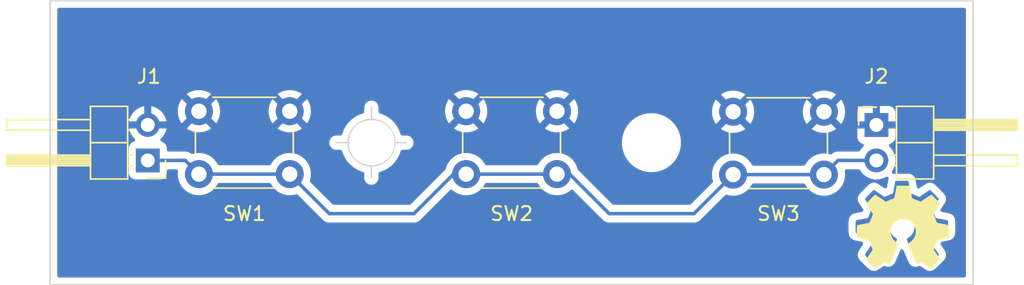
<source format=kicad_pcb>
(kicad_pcb (version 20211014) (generator pcbnew)
  (title_block (title "Contact sensor") (date "2022-03-07") (rev "0.1.0") (comment 1 "https://github.com/atlas144/mals") (comment 2 "SPDX-License-Identifier: CERN-OHL-S-2.0") (comment 3 "Author: Jakub Švarc (jakubsvarc@protonmail.com)"))
  (layers (0 "F.Cu" signal) (31 "B.Cu" signal) (34 "B.Paste" user) (35 "F.Paste" user) (36 "B.SilkS" user "B.Silkscreen") (37 "F.SilkS" user "F.Silkscreen") (38 "B.Mask" user) (39 "F.Mask" user) (44 "Edge.Cuts" user))
  (net 0 "")
  (net 1 "GND")
  (net 2 "+5V")
  (footprint "Connector_PinHeader_2.54mm:PinHeader_1x02_P2.54mm_Horizontal" (layer "F.Cu") (at 99.055 93)
    (fp_text reference "J2" (at 0.005 -3.465) (layer "F.SilkS"))
    (fp_text value "Conn_01x02_Male" hide)
    (fp_line (start 4.1 -0.08) (end 10.1 -0.08) (layer "F.SilkS") (width 0.12))
    (fp_line (start -1.27 0) (end -1.27 -1.27) (layer "F.SilkS") (width 0.12))
    (fp_line (start 4.1 0.04) (end 10.1 0.04) (layer "F.SilkS") (width 0.12))
    (fp_line (start 1.042929 2.16) (end 1.44 2.16) (layer "F.SilkS") (width 0.12))
    (fp_line (start 1.44 -1.33) (end 1.44 3.87) (layer "F.SilkS") (width 0.12))
    (fp_line (start -1.27 -1.27) (end 0 -1.27) (layer "F.SilkS") (width 0.12))
    (fp_line (start 4.1 3.87) (end 4.1 -1.33) (layer "F.SilkS") (width 0.12))
    (fp_line (start 1.11 0.38) (end 1.44 0.38) (layer "F.SilkS") (width 0.12))
    (fp_line (start 10.1 2.92) (end 4.1 2.92) (layer "F.SilkS") (width 0.12))
    (fp_line (start 4.1 -1.33) (end 1.44 -1.33) (layer "F.SilkS") (width 0.12))
    (fp_line (start 1.11 -0.38) (end 1.44 -0.38) (layer "F.SilkS") (width 0.12))
    (fp_line (start 4.1 0.28) (end 10.1 0.28) (layer "F.SilkS") (width 0.12))
    (fp_line (start 1.44 3.87) (end 4.1 3.87) (layer "F.SilkS") (width 0.12))
    (fp_line (start 10.1 2.16) (end 10.1 2.92) (layer "F.SilkS") (width 0.12))
    (fp_line (start 4.1 -0.2) (end 10.1 -0.2) (layer "F.SilkS") (width 0.12))
    (fp_line (start 4.1 0.16) (end 10.1 0.16) (layer "F.SilkS") (width 0.12))
    (fp_line (start 4.1 2.16) (end 10.1 2.16) (layer "F.SilkS") (width 0.12))
    (fp_line (start 10.1 -0.38) (end 10.1 0.38) (layer "F.SilkS") (width 0.12))
    (fp_line (start 1.042929 2.92) (end 1.44 2.92) (layer "F.SilkS") (width 0.12))
    (fp_line (start 4.1 -0.32) (end 10.1 -0.32) (layer "F.SilkS") (width 0.12))
    (fp_line (start 10.1 0.38) (end 4.1 0.38) (layer "F.SilkS") (width 0.12))
    (fp_line (start 4.1 -0.38) (end 10.1 -0.38) (layer "F.SilkS") (width 0.12))
    (fp_line (start 1.44 1.27) (end 4.1 1.27) (layer "F.SilkS") (width 0.12))
    (pad "1" thru_hole rect (at 0 0) (size 1.7 1.7) (drill 1) (layers *.Cu *.Mask) (net 1 "GND"))
    (pad "2" thru_hole oval (at 0 2.54) (size 1.7 1.7) (drill 1) (layers *.Cu *.Mask) (net 2 "+5V"))
  )
  (footprint "MountingHole:MountingHole_3.2mm_M3" (layer "F.Cu") (at 62.9678 94.27)
    (fp_text reference "REF1" hide)
    (fp_text value "MountingHole_3.2mm_M3" hide)
    (pad "" np_thru_hole circle (at 0 0) (size 3.2 3.2) (drill 3.2) (layers *.Cu *.Mask))
  )
  (footprint "Connector_PinHeader_2.54mm:PinHeader_1x02_P2.54mm_Horizontal" (layer "F.Cu") (at 46.915 95.54 180)
    (fp_text reference "J1" (at -0.075 6.005) (layer "F.SilkS"))
    (fp_text value "Conn_01x02_Male" hide)
    (fp_line (start 4.1 -1.33) (end 1.44 -1.33) (layer "F.SilkS") (width 0.12))
    (fp_line (start 4.1 -0.32) (end 10.1 -0.32) (layer "F.SilkS") (width 0.12))
    (fp_line (start 10.1 0.38) (end 4.1 0.38) (layer "F.SilkS") (width 0.12))
    (fp_line (start 1.44 -1.33) (end 1.44 3.87) (layer "F.SilkS") (width 0.12))
    (fp_line (start 4.1 0.16) (end 10.1 0.16) (layer "F.SilkS") (width 0.12))
    (fp_line (start 10.1 2.16) (end 10.1 2.92) (layer "F.SilkS") (width 0.12))
    (fp_line (start -1.27 0) (end -1.27 -1.27) (layer "F.SilkS") (width 0.12))
    (fp_line (start 10.1 2.92) (end 4.1 2.92) (layer "F.SilkS") (width 0.12))
    (fp_line (start 4.1 3.87) (end 4.1 -1.33) (layer "F.SilkS") (width 0.12))
    (fp_line (start 1.11 -0.38) (end 1.44 -0.38) (layer "F.SilkS") (width 0.12))
    (fp_line (start -1.27 -1.27) (end 0 -1.27) (layer "F.SilkS") (width 0.12))
    (fp_line (start 4.1 2.16) (end 10.1 2.16) (layer "F.SilkS") (width 0.12))
    (fp_line (start 4.1 -0.2) (end 10.1 -0.2) (layer "F.SilkS") (width 0.12))
    (fp_line (start 1.042929 2.92) (end 1.44 2.92) (layer "F.SilkS") (width 0.12))
    (fp_line (start 1.44 3.87) (end 4.1 3.87) (layer "F.SilkS") (width 0.12))
    (fp_line (start 1.44 1.27) (end 4.1 1.27) (layer "F.SilkS") (width 0.12))
    (fp_line (start 4.1 -0.08) (end 10.1 -0.08) (layer "F.SilkS") (width 0.12))
    (fp_line (start 1.042929 2.16) (end 1.44 2.16) (layer "F.SilkS") (width 0.12))
    (fp_line (start 1.11 0.38) (end 1.44 0.38) (layer "F.SilkS") (width 0.12))
    (fp_line (start 4.1 0.04) (end 10.1 0.04) (layer "F.SilkS") (width 0.12))
    (fp_line (start 4.1 -0.38) (end 10.1 -0.38) (layer "F.SilkS") (width 0.12))
    (fp_line (start 4.1 0.28) (end 10.1 0.28) (layer "F.SilkS") (width 0.12))
    (fp_line (start 10.1 -0.38) (end 10.1 0.38) (layer "F.SilkS") (width 0.12))
    (pad "1" thru_hole rect (at 0 0 180) (size 1.7 1.7) (drill 1) (layers *.Cu *.Mask) (net 2 "+5V"))
    (pad "2" thru_hole oval (at 0 2.54 180) (size 1.7 1.7) (drill 1) (layers *.Cu *.Mask) (net 1 "GND"))
  )
  (footprint "MountingHole:MountingHole_3.2mm_M3" (layer "F.Cu") (at 82.9576 94.27)
    (fp_text reference "REF2" hide)
    (fp_text value "MountingHole_3.2mm_M3" hide)
    (pad "" np_thru_hole circle (at 0 0) (size 3.2 3.2) (drill 3.2) (layers *.Cu *.Mask))
  )
  (footprint "Button_Switch_THT:SW_PUSH_6mm_H7.3mm" (layer "F.Cu") (at 57.075 96.52 180)
    (fp_text reference "SW1" (at 3.25 -2.83) (layer "F.SilkS"))
    (fp_text value "SW_Push" hide)
    (fp_line (start 5.5 -1) (end 1 -1) (layer "F.SilkS") (width 0.12))
    (fp_line (start 1 5.5) (end 5.5 5.5) (layer "F.SilkS") (width 0.12))
    (fp_line (start 6.75 3) (end 6.75 1.5) (layer "F.SilkS") (width 0.12))
    (fp_line (start -0.25 1.5) (end -0.25 3) (layer "F.SilkS") (width 0.12))
    (pad "1" thru_hole circle (at 6.5 0 270) (size 2 2) (drill 1.1) (layers *.Cu *.Mask) (net 2 "+5V"))
    (pad "1" thru_hole circle (at 0 0 270) (size 2 2) (drill 1.1) (layers *.Cu *.Mask) (net 2 "+5V"))
    (pad "2" thru_hole circle (at 0 4.5 270) (size 2 2) (drill 1.1) (layers *.Cu *.Mask) (net 1 "GND"))
    (pad "2" thru_hole circle (at 6.5 4.5 270) (size 2 2) (drill 1.1) (layers *.Cu *.Mask) (net 1 "GND"))
  )
  (footprint "Button_Switch_THT:SW_PUSH_6mm_H7.3mm" (layer "F.Cu") (at 76.2 96.52 180)
    (fp_text reference "SW2" (at 3.25 -2.83) (layer "F.SilkS"))
    (fp_text value "SW_Push" hide)
    (fp_line (start 5.5 -1) (end 1 -1) (layer "F.SilkS") (width 0.12))
    (fp_line (start 1 5.5) (end 5.5 5.5) (layer "F.SilkS") (width 0.12))
    (fp_line (start -0.25 1.5) (end -0.25 3) (layer "F.SilkS") (width 0.12))
    (fp_line (start 6.75 3) (end 6.75 1.5) (layer "F.SilkS") (width 0.12))
    (pad "1" thru_hole circle (at 6.5 0 270) (size 2 2) (drill 1.1) (layers *.Cu *.Mask) (net 2 "+5V"))
    (pad "1" thru_hole circle (at 0 0 270) (size 2 2) (drill 1.1) (layers *.Cu *.Mask) (net 2 "+5V"))
    (pad "2" thru_hole circle (at 0 4.5 270) (size 2 2) (drill 1.1) (layers *.Cu *.Mask) (net 1 "GND"))
    (pad "2" thru_hole circle (at 6.5 4.5 270) (size 2 2) (drill 1.1) (layers *.Cu *.Mask) (net 1 "GND"))
  )
  (footprint "Symbol:OSHW-Symbol_6.7x6mm_SilkScreen" (layer "F.Cu") (at 100.965 100.33)
    (fp_text reference "REF**" hide)
    (fp_text value "OSHW-Symbol_6.7x6mm_SilkScreen" hide)
    (fp_poly (pts (xy 0.555814 -2.531069) (xy 0.639635 -2.086445) (xy 0.94892 -1.958947) (xy 1.258206 -1.831449) (xy 1.629246 -2.083754) (xy 1.733157 -2.154004) (xy 1.827087 -2.216728) (xy 1.906652 -2.269062) (xy 1.96747 -2.308143) (xy 2.005157 -2.331107) (xy 2.015421 -2.336058) (xy 2.03391 -2.323324) (xy 2.07342 -2.288118) (xy 2.129522 -2.234938) (xy 2.197787 -2.168282) (xy 2.273786 -2.092646) (xy 2.353092 -2.012528) (xy 2.431275 -1.932426) (xy 2.503907 -1.856836) (xy 2.566559 -1.790255) (xy 2.614803 -1.737182) (xy 2.64421 -1.702113) (xy 2.651241 -1.690377) (xy 2.641123 -1.66874) (xy 2.612759 -1.621338) (xy 2.569129 -1.552807) (xy 2.513218 -1.467785) (xy 2.448006 -1.370907) (xy 2.410219 -1.31565) (xy 2.341343 -1.214752) (xy 2.28014 -1.123701) (xy 2.229578 -1.04703) (xy 2.192628 -0.989272) (xy 2.172258 -0.954957) (xy 2.169197 -0.947746) (xy 2.176136 -0.927252) (xy 2.195051 -0.879487) (xy 2.223087 -0.811168) (xy 2.257391 -0.729011) (xy 2.295109 -0.63973) (xy 2.333387 -0.550042) (xy 2.36937 -0.466662) (xy 2.400206 -0.396306) (xy 2.423039 -0.34569) (xy 2.435017 -0.321529) (xy 2.435724 -0.320578) (xy 2.454531 -0.315964) (xy 2.504618 -0.305672) (xy 2.580793 -0.290713) (xy 2.677865 -0.272099) (xy 2.790643 -0.250841) (xy 2.856442 -0.238582) (xy 2.97695 -0.215638) (xy 3.085797 -0.193805) (xy 3.177476 -0.174278) (xy 3.246481 -0.158252) (xy 3.287304 -0.146921) (xy 3.295511 -0.143326) (xy 3.303548 -0.118994) (xy 3.310033 -0.064041) (xy 3.31497 0.015108) (xy 3.318364 0.112026) (xy 3.320218 0.220287) (xy 3.320538 0.333465) (xy 3.319327 0.445135) (xy 3.31659 0.548868) (xy 3.312331 0.638241) (xy 3.306555 0.706826) (xy 3.299267 0.748197) (xy 3.294895 0.75681) (xy 3.268764 0.767133) (xy 3.213393 0.781892) (xy 3.136107 0.799352) (xy 3.04423 0.81778) (xy 3.012158 0.823741) (xy 2.857524 0.852066) (xy 2.735375 0.874876) (xy 2.641673 0.89308) (xy 2.572384 0.907583) (xy 2.523471 0.919292) (xy 2.490897 0.929115) (xy 2.470628 0.937956) (xy 2.458626 0.946724) (xy 2.456947 0.948457) (xy 2.440184 0.976371) (xy 2.414614 1.030695) (xy 2.382788 1.104777) (xy 2.34726 1.191965) (xy 2.310583 1.285608) (xy 2.275311 1.379052) (xy 2.243996 1.465647) (xy 2.219193 1.53874) (xy 2.203454 1.591678) (xy 2.199332 1.617811) (xy 2.199676 1.618726) (xy 2.213641 1.640086) (xy 2.245322 1.687084) (xy 2.291391 1.754827) (xy 2.348518 1.838423) (xy 2.413373 1.932982) (xy 2.431843 1.959854) (xy 2.497699 2.057275) (xy 2.55565 2.146163) (xy 2.602538 2.221412) (xy 2.635207 2.27792) (xy 2.6505 2.310581) (xy 2.651241 2.314593) (xy 2.638392 2.335684) (xy 2.602888 2.377464) (xy 2.549293 2.435445) (xy 2.482171 2.505135) (xy 2.406087 2.582045) (xy 2.325604 2.661683) (xy 2.245287 2.739561) (xy 2.169699 2.811186) (xy 2.103405 2.87207) (xy 2.050969 2.917721) (xy 2.016955 2.94365) (xy 2.007545 2.947883) (xy 1.985643 2.937912) (xy 1.9408 2.91102) (xy 1.880321 2.871736) (xy 1.833789 2.840117) (xy 1.749475 2.782098) (xy 1.649626 2.713784) (xy 1.549473 2.645579) (xy 1.495627 2.609075) (xy 1.313371 2.4858) (xy 1.160381 2.56852) (xy 1.090682 2.604759) (xy 1.031414 2.632926) (xy 0.991311 2.648991) (xy 0.981103 2.651226) (xy 0.968829 2.634722) (xy 0.944613 2.588082) (xy 0.910263 2.515609) (xy 0.867588 2.421606) (xy 0.818394 2.310374) (xy 0.76449 2.186215) (xy 0.707684 2.053432) (xy 0.649782 1.916327) (xy 0.592593 1.779202) (xy 0.537924 1.646358) (xy 0.487584 1.522098) (xy 0.44338 1.410725) (xy 0.407119 1.316539) (xy 0.380609 1.243844) (xy 0.365658 1.196941) (xy 0.363254 1.180833) (xy 0.382311 1.160286) (xy 0.424036 1.126933) (xy 0.479706 1.087702) (xy 0.484378 1.084599) (xy 0.628264 0.969423) (xy 0.744283 0.835053) (xy 0.83143 0.685784) (xy 0.888699 0.525913) (xy 0.915086 0.359737) (xy 0.909585 0.191552) (xy 0.87119 0.025655) (xy 0.798895 -0.133658) (xy 0.777626 -0.168513) (xy 0.666996 -0.309263) (xy 0.536302 -0.422286) (xy 0.390064 -0.506997) (xy 0.232808 -0.562806) (xy 0.069057 -0.589126) (xy -0.096667 -0.58537) (xy -0.259838 -0.55095) (xy -0.415935 -0.485277) (xy -0.560433 -0.387765) (xy -0.605131 -0.348187) (xy -0.718888 -0.224297) (xy -0.801782 -0.093876) (xy -0.858644 0.052315) (xy -0.890313 0.197088) (xy -0.898131 0.35986) (xy -0.872062 0.52344) (xy -0.814755 0.682298) (xy -0.728856 0.830906) (xy -0.617014 0.963735) (xy -0.481877 1.075256) (xy -0.464117 1.087011) (xy -0.40785 1.125508) (xy -0.365077 1.158863) (xy -0.344628 1.18016) (xy -0.344331 1.180833) (xy -0.348721 1.203871) (xy -0.366124 1.256157) (xy -0.394732 1.33339) (xy -0.432735 1.431268) (xy -0.478326 1.545491) (xy -0.529697 1.671758) (xy -0.585038 1.805767) (xy -0.642542 1.943218) (xy -0.700399 2.079808) (xy -0.756802 2.211237) (xy -0.809942 2.333205) (xy -0.85801 2.441409) (xy -0.899199 2.531549) (xy -0.931699 2.599323) (xy -0.953703 2.64043) (xy -0.962564 2.651226) (xy -0.98964 2.642819) (xy -1.040303 2.620272) (xy -1.105817 2.587613) (xy -1.141841 2.56852) (xy -1.294832 2.4858) (xy -1.477088 2.609075) (xy -1.570125 2.672228) (xy -1.671985 2.741727) (xy -1.767438 2.807165) (xy -1.81525 2.840117) (xy -1.882495 2.885273) (xy -1.939436 2.921057) (xy -1.978646 2.942938) (xy -1.991381 2.947563) (xy -2.009917 2.935085) (xy -2.050941 2.900252) (xy -2.110475 2.846678) (xy -2.184542 2.777983) (xy -2.269165 2.697781) (xy -2.322685 2.646286) (xy -2.416319 2.554286) (xy -2.497241 2.471999) (xy -2.562177 2.402945) (xy -2.607858 2.350644) (xy -2.631011 2.318616) (xy -2.633232 2.312116) (xy -2.622924 2.287394) (xy -2.594439 2.237405) (xy -2.550937 2.167212) (xy -2.495577 2.081875) (xy -2.43152 1.986456) (xy -2.413303 1.959854) (xy -2.346927 1.863167) (xy -2.287378 1.776117) (xy -2.237984 1.703595) (xy -2.202075 1.650493) (xy -2.182981 1.621703) (xy -2.181136 1.618726) (xy -2.183895 1.595782) (xy -2.198538 1.545336) (xy -2.222513 1.474041) (xy -2.253266 1.388547) (xy -2.288244 1.295507) (xy -2.324893 1.201574) (xy -2.360661 1.113399) (xy -2.392994 1.037634) (xy -2.419338 0.980931) (xy -2.437142 0.949943) (xy -2.438407 0.948457) (xy -2.449294 0.939601) (xy -2.467682 0.930843) (xy -2.497606 0.921277) (xy -2.543103 0.909996) (xy -2.608209 0.896093) (xy -2.696961 0.878663) (xy -2.813393 0.856798) (xy -2.961542 0.829591) (xy -2.993618 0.823741) (xy -3.088686 0.805374) (xy -3.171565 0.787405) (xy -3.23493 0.771569) (xy -3.271458 0.7596) (xy -3.276356 0.75681) (xy -3.284427 0.732072) (xy -3.290987 0.67679) (xy -3.296033 0.597389) (xy -3.299559 0.500296) (xy -3.301561 0.391938) (xy -3.302036 0.27874) (xy -3.300977 0.167128) (xy -3.298382 0.063529) (xy -3.294246 -0.025632) (xy -3.288563 -0.093928) (xy -3.281331 -0.134934) (xy -3.276971 -0.143326) (xy -3.252698 -0.151792) (xy -3.197426 -0.165565) (xy -3.116662 -0.18345) (xy -3.015912 -0.204252) (xy -2.900683 -0.226777) (xy -2.837902 -0.238582) (xy -2.718787 -0.260849) (xy -2.612565 -0.281021) (xy -2.524427 -0.298085) (xy -2.459566 -0.311031) (xy -2.423174 -0.318845) (xy -2.417184 -0.320578) (xy -2.407061 -0.34011) (xy -2.385662 -0.387157) (xy -2.355839 -0.454997) (xy -2.320445 -0.536909) (xy -2.282332 -0.626172) (xy -2.244353 -0.716065) (xy -2.20936 -0.799865) (xy -2.180206 -0.870853) (xy -2.159743 -0.922306) (xy -2.150823 -0.947503) (xy -2.150657 -0.948604) (xy -2.160769 -0.968481) (xy -2.189117 -1.014223) (xy -2.232723 -1.081283) (xy -2.288606 -1.165116) (xy -2.353787 -1.261174) (xy -2.391679 -1.31635) (xy -2.460725 -1.417519) (xy -2.52205 -1.50937) (xy -2.572663 -1.587256) (xy -2.609571 -1.646531) (xy -2.629782 -1.682549) (xy -2.632701 -1.690623) (xy -2.620153 -1.709416) (xy -2.585463 -1.749543) (xy -2.533063 -1.806507) (xy -2.467384 -1.875815) (xy -2.392856 -1.952969) (xy -2.313913 -2.033475) (xy -2.234983 -2.112837) (xy -2.1605 -2.18656) (xy -2.094894 -2.250148) (xy -2.042596 -2.299106) (xy -2.008039 -2.328939) (xy -1.996478 -2.336058) (xy -1.977654 -2.326047) (xy -1.932631 -2.297922) (xy -1.865787 -2.254546) (xy -1.781499 -2.198782) (xy -1.684144 -2.133494) (xy -1.610707 -2.083754) (xy -1.239667 -1.831449) (xy -0.621095 -2.086445) (xy -0.537275 -2.531069) (xy -0.453454 -2.975693) (xy 0.471994 -2.975693) (xy 0.555814 -2.531069)) (layer "F.SilkS") (width 0.01) (fill solid))
  )
  (footprint "Button_Switch_THT:SW_PUSH_6mm_H7.3mm" (layer "F.Cu") (at 95.302 96.556 180)
    (fp_text reference "SW3" (at 3.25 -2.794) (layer "F.SilkS"))
    (fp_text value "SW_Push" hide)
    (fp_line (start 6.75 3) (end 6.75 1.5) (layer "F.SilkS") (width 0.12))
    (fp_line (start 5.5 -1) (end 1 -1) (layer "F.SilkS") (width 0.12))
    (fp_line (start -0.25 1.5) (end -0.25 3) (layer "F.SilkS") (width 0.12))
    (fp_line (start 1 5.5) (end 5.5 5.5) (layer "F.SilkS") (width 0.12))
    (pad "1" thru_hole circle (at 0 0 270) (size 2 2) (drill 1.1) (layers *.Cu *.Mask) (net 2 "+5V"))
    (pad "1" thru_hole circle (at 6.5 0 270) (size 2 2) (drill 1.1) (layers *.Cu *.Mask) (net 2 "+5V"))
    (pad "2" thru_hole circle (at 6.5 4.5 270) (size 2 2) (drill 1.1) (layers *.Cu *.Mask) (net 1 "GND"))
    (pad "2" thru_hole circle (at 0 4.5 270) (size 2 2) (drill 1.1) (layers *.Cu *.Mask) (net 1 "GND"))
  )
  (footprint "Symbol:OSHW-Symbol_6.7x6mm_Copper" (layer "B.Cu") (at 100.89 99.985 180)
    (fp_text reference "REF3" hide)
    (fp_text value "OSHW-Symbol_6.7x6mm_Copper" hide)
    (fp_poly (pts (xy 0.555814 2.531069) (xy 0.639635 2.086445) (xy 0.94892 1.958947) (xy 1.258206 1.831449) (xy 1.629246 2.083754) (xy 1.733157 2.154004) (xy 1.827087 2.216728) (xy 1.906652 2.269062) (xy 1.96747 2.308143) (xy 2.005157 2.331107) (xy 2.015421 2.336058) (xy 2.03391 2.323324) (xy 2.07342 2.288118) (xy 2.129522 2.234938) (xy 2.197787 2.168282) (xy 2.273786 2.092646) (xy 2.353092 2.012528) (xy 2.431275 1.932426) (xy 2.503907 1.856836) (xy 2.566559 1.790255) (xy 2.614803 1.737182) (xy 2.64421 1.702113) (xy 2.651241 1.690377) (xy 2.641123 1.66874) (xy 2.612759 1.621338) (xy 2.569129 1.552807) (xy 2.513218 1.467785) (xy 2.448006 1.370907) (xy 2.410219 1.31565) (xy 2.341343 1.214752) (xy 2.28014 1.123701) (xy 2.229578 1.04703) (xy 2.192628 0.989272) (xy 2.172258 0.954957) (xy 2.169197 0.947746) (xy 2.176136 0.927252) (xy 2.195051 0.879487) (xy 2.223087 0.811168) (xy 2.257391 0.729011) (xy 2.295109 0.63973) (xy 2.333387 0.550042) (xy 2.36937 0.466662) (xy 2.400206 0.396306) (xy 2.423039 0.34569) (xy 2.435017 0.321529) (xy 2.435724 0.320578) (xy 2.454531 0.315964) (xy 2.504618 0.305672) (xy 2.580793 0.290713) (xy 2.677865 0.272099) (xy 2.790643 0.250841) (xy 2.856442 0.238582) (xy 2.97695 0.215638) (xy 3.085797 0.193805) (xy 3.177476 0.174278) (xy 3.246481 0.158252) (xy 3.287304 0.146921) (xy 3.295511 0.143326) (xy 3.303548 0.118994) (xy 3.310033 0.064041) (xy 3.31497 -0.015108) (xy 3.318364 -0.112026) (xy 3.320218 -0.220287) (xy 3.320538 -0.333465) (xy 3.319327 -0.445135) (xy 3.31659 -0.548868) (xy 3.312331 -0.638241) (xy 3.306555 -0.706826) (xy 3.299267 -0.748197) (xy 3.294895 -0.75681) (xy 3.268764 -0.767133) (xy 3.213393 -0.781892) (xy 3.136107 -0.799352) (xy 3.04423 -0.81778) (xy 3.012158 -0.823741) (xy 2.857524 -0.852066) (xy 2.735375 -0.874876) (xy 2.641673 -0.89308) (xy 2.572384 -0.907583) (xy 2.523471 -0.919292) (xy 2.490897 -0.929115) (xy 2.470628 -0.937956) (xy 2.458626 -0.946724) (xy 2.456947 -0.948457) (xy 2.440184 -0.976371) (xy 2.414614 -1.030695) (xy 2.382788 -1.104777) (xy 2.34726 -1.191965) (xy 2.310583 -1.285608) (xy 2.275311 -1.379052) (xy 2.243996 -1.465647) (xy 2.219193 -1.53874) (xy 2.203454 -1.591678) (xy 2.199332 -1.617811) (xy 2.199676 -1.618726) (xy 2.213641 -1.640086) (xy 2.245322 -1.687084) (xy 2.291391 -1.754827) (xy 2.348518 -1.838423) (xy 2.413373 -1.932982) (xy 2.431843 -1.959854) (xy 2.497699 -2.057275) (xy 2.55565 -2.146163) (xy 2.602538 -2.221412) (xy 2.635207 -2.27792) (xy 2.6505 -2.310581) (xy 2.651241 -2.314593) (xy 2.638392 -2.335684) (xy 2.602888 -2.377464) (xy 2.549293 -2.435445) (xy 2.482171 -2.505135) (xy 2.406087 -2.582045) (xy 2.325604 -2.661683) (xy 2.245287 -2.739561) (xy 2.169699 -2.811186) (xy 2.103405 -2.87207) (xy 2.050969 -2.917721) (xy 2.016955 -2.94365) (xy 2.007545 -2.947883) (xy 1.985643 -2.937912) (xy 1.9408 -2.91102) (xy 1.880321 -2.871736) (xy 1.833789 -2.840117) (xy 1.749475 -2.782098) (xy 1.649626 -2.713784) (xy 1.549473 -2.645579) (xy 1.495627 -2.609075) (xy 1.313371 -2.4858) (xy 1.160381 -2.56852) (xy 1.090682 -2.604759) (xy 1.031414 -2.632926) (xy 0.991311 -2.648991) (xy 0.981103 -2.651226) (xy 0.968829 -2.634722) (xy 0.944613 -2.588082) (xy 0.910263 -2.515609) (xy 0.867588 -2.421606) (xy 0.818394 -2.310374) (xy 0.76449 -2.186215) (xy 0.707684 -2.053432) (xy 0.649782 -1.916327) (xy 0.592593 -1.779202) (xy 0.537924 -1.646358) (xy 0.487584 -1.522098) (xy 0.44338 -1.410725) (xy 0.407119 -1.316539) (xy 0.380609 -1.243844) (xy 0.365658 -1.196941) (xy 0.363254 -1.180833) (xy 0.382311 -1.160286) (xy 0.424036 -1.126933) (xy 0.479706 -1.087702) (xy 0.484378 -1.084599) (xy 0.628264 -0.969423) (xy 0.744283 -0.835053) (xy 0.83143 -0.685784) (xy 0.888699 -0.525913) (xy 0.915086 -0.359737) (xy 0.909585 -0.191552) (xy 0.87119 -0.025655) (xy 0.798895 0.133658) (xy 0.777626 0.168513) (xy 0.666996 0.309263) (xy 0.536302 0.422286) (xy 0.390064 0.506997) (xy 0.232808 0.562806) (xy 0.069057 0.589126) (xy -0.096667 0.58537) (xy -0.259838 0.55095) (xy -0.415935 0.485277) (xy -0.560433 0.387765) (xy -0.605131 0.348187) (xy -0.718888 0.224297) (xy -0.801782 0.093876) (xy -0.858644 -0.052315) (xy -0.890313 -0.197088) (xy -0.898131 -0.35986) (xy -0.872062 -0.52344) (xy -0.814755 -0.682298) (xy -0.728856 -0.830906) (xy -0.617014 -0.963735) (xy -0.481877 -1.075256) (xy -0.464117 -1.087011) (xy -0.40785 -1.125508) (xy -0.365077 -1.158863) (xy -0.344628 -1.18016) (xy -0.344331 -1.180833) (xy -0.348721 -1.203871) (xy -0.366124 -1.256157) (xy -0.394732 -1.33339) (xy -0.432735 -1.431268) (xy -0.478326 -1.545491) (xy -0.529697 -1.671758) (xy -0.585038 -1.805767) (xy -0.642542 -1.943218) (xy -0.700399 -2.079808) (xy -0.756802 -2.211237) (xy -0.809942 -2.333205) (xy -0.85801 -2.441409) (xy -0.899199 -2.531549) (xy -0.931699 -2.599323) (xy -0.953703 -2.64043) (xy -0.962564 -2.651226) (xy -0.98964 -2.642819) (xy -1.040303 -2.620272) (xy -1.105817 -2.587613) (xy -1.141841 -2.56852) (xy -1.294832 -2.4858) (xy -1.477088 -2.609075) (xy -1.570125 -2.672228) (xy -1.671985 -2.741727) (xy -1.767438 -2.807165) (xy -1.81525 -2.840117) (xy -1.882495 -2.885273) (xy -1.939436 -2.921057) (xy -1.978646 -2.942938) (xy -1.991381 -2.947563) (xy -2.009917 -2.935085) (xy -2.050941 -2.900252) (xy -2.110475 -2.846678) (xy -2.184542 -2.777983) (xy -2.269165 -2.697781) (xy -2.322685 -2.646286) (xy -2.416319 -2.554286) (xy -2.497241 -2.471999) (xy -2.562177 -2.402945) (xy -2.607858 -2.350644) (xy -2.631011 -2.318616) (xy -2.633232 -2.312116) (xy -2.622924 -2.287394) (xy -2.594439 -2.237405) (xy -2.550937 -2.167212) (xy -2.495577 -2.081875) (xy -2.43152 -1.986456) (xy -2.413303 -1.959854) (xy -2.346927 -1.863167) (xy -2.287378 -1.776117) (xy -2.237984 -1.703595) (xy -2.202075 -1.650493) (xy -2.182981 -1.621703) (xy -2.181136 -1.618726) (xy -2.183895 -1.595782) (xy -2.198538 -1.545336) (xy -2.222513 -1.474041) (xy -2.253266 -1.388547) (xy -2.288244 -1.295507) (xy -2.324893 -1.201574) (xy -2.360661 -1.113399) (xy -2.392994 -1.037634) (xy -2.419338 -0.980931) (xy -2.437142 -0.949943) (xy -2.438407 -0.948457) (xy -2.449294 -0.939601) (xy -2.467682 -0.930843) (xy -2.497606 -0.921277) (xy -2.543103 -0.909996) (xy -2.608209 -0.896093) (xy -2.696961 -0.878663) (xy -2.813393 -0.856798) (xy -2.961542 -0.829591) (xy -2.993618 -0.823741) (xy -3.088686 -0.805374) (xy -3.171565 -0.787405) (xy -3.23493 -0.771569) (xy -3.271458 -0.7596) (xy -3.276356 -0.75681) (xy -3.284427 -0.732072) (xy -3.290987 -0.67679) (xy -3.296033 -0.597389) (xy -3.299559 -0.500296) (xy -3.301561 -0.391938) (xy -3.302036 -0.27874) (xy -3.300977 -0.167128) (xy -3.298382 -0.063529) (xy -3.294246 0.025632) (xy -3.288563 0.093928) (xy -3.281331 0.134934) (xy -3.276971 0.143326) (xy -3.252698 0.151792) (xy -3.197426 0.165565) (xy -3.116662 0.18345) (xy -3.015912 0.204252) (xy -2.900683 0.226777) (xy -2.837902 0.238582) (xy -2.718787 0.260849) (xy -2.612565 0.281021) (xy -2.524427 0.298085) (xy -2.459566 0.311031) (xy -2.423174 0.318845) (xy -2.417184 0.320578) (xy -2.407061 0.34011) (xy -2.385662 0.387157) (xy -2.355839 0.454997) (xy -2.320445 0.536909) (xy -2.282332 0.626172) (xy -2.244353 0.716065) (xy -2.20936 0.799865) (xy -2.180206 0.870853) (xy -2.159743 0.922306) (xy -2.150823 0.947503) (xy -2.150657 0.948604) (xy -2.160769 0.968481) (xy -2.189117 1.014223) (xy -2.232723 1.081283) (xy -2.288606 1.165116) (xy -2.353787 1.261174) (xy -2.391679 1.31635) (xy -2.460725 1.417519) (xy -2.52205 1.50937) (xy -2.572663 1.587256) (xy -2.609571 1.646531) (xy -2.629782 1.682549) (xy -2.632701 1.690623) (xy -2.620153 1.709416) (xy -2.585463 1.749543) (xy -2.533063 1.806507) (xy -2.467384 1.875815) (xy -2.392856 1.952969) (xy -2.313913 2.033475) (xy -2.234983 2.112837) (xy -2.1605 2.18656) (xy -2.094894 2.250148) (xy -2.042596 2.299106) (xy -2.008039 2.328939) (xy -1.996478 2.336058) (xy -1.977654 2.326047) (xy -1.932631 2.297922) (xy -1.865787 2.254546) (xy -1.781499 2.198782) (xy -1.684144 2.133494) (xy -1.610707 2.083754) (xy -1.239667 1.831449) (xy -0.621095 2.086445) (xy -0.537275 2.531069) (xy -0.453454 2.975693) (xy 0.471994 2.975693) (xy 0.555814 2.531069)) (layer "B.Cu") (width 0.01) (fill solid))
  )
  (gr_rect (start 39.93 84.11) (end 105.97 104.43) (layer "Edge.Cuts") (width 0.1) (fill none))
  (target plus (at 62.917 94.27) (size 5) (width 0.1) (layer "Edge.Cuts"))
  (segment (start 95.302 96.556) (end 88.802 96.556) (width 0.25) (layer "B.Cu") (net 2))
  (segment (start 59.905 99.35) (end 65.965 99.35) (width 0.25) (layer "B.Cu") (net 2))
  (segment (start 69.7 96.52) (end 76.2 96.52) (width 0.25) (layer "B.Cu") (net 2))
  (segment (start 68.795 96.52) (end 69.7 96.52) (width 0.25) (layer "B.Cu") (net 2))
  (segment (start 96.318 95.54) (end 95.302 96.556) (width 0.25) (layer "B.Cu") (net 2))
  (segment (start 49.595 95.54) (end 50.575 96.52) (width 0.25) (layer "B.Cu") (net 2))
  (segment (start 65.965 99.35) (end 68.795 96.52) (width 0.25) (layer "B.Cu") (net 2))
  (segment (start 46.915 95.54) (end 49.595 95.54) (width 0.25) (layer "B.Cu") (net 2))
  (segment (start 86.008 99.35) (end 79.935 99.35) (width 0.25) (layer "B.Cu") (net 2))
  (segment (start 99.055 95.54) (end 96.318 95.54) (width 0.25) (layer "B.Cu") (net 2))
  (segment (start 57.075 96.52) (end 59.905 99.35) (width 0.25) (layer "B.Cu") (net 2))
  (segment (start 50.575 96.52) (end 57.075 96.52) (width 0.25) (layer "B.Cu") (net 2))
  (segment (start 77.105 96.52) (end 76.2 96.52) (width 0.25) (layer "B.Cu") (net 2))
  (segment (start 88.802 96.556) (end 86.008 99.35) (width 0.25) (layer "B.Cu") (net 2))
  (segment (start 79.935 99.35) (end 77.105 96.52) (width 0.25) (layer "B.Cu") (net 2))
  (zone (net 1) (net_name "GND") (layer "B.Cu") (connect_pads (clearance 0.508)) (min_thickness 0.254) (fill yes (thermal_gap 0.508) (thermal_bridge_width 0.508))
    (polygon (pts (xy 105.97 104.43) (xy 39.93 104.43) (xy 39.93 84.11) (xy 105.97 84.11)))
  )
)
</source>
